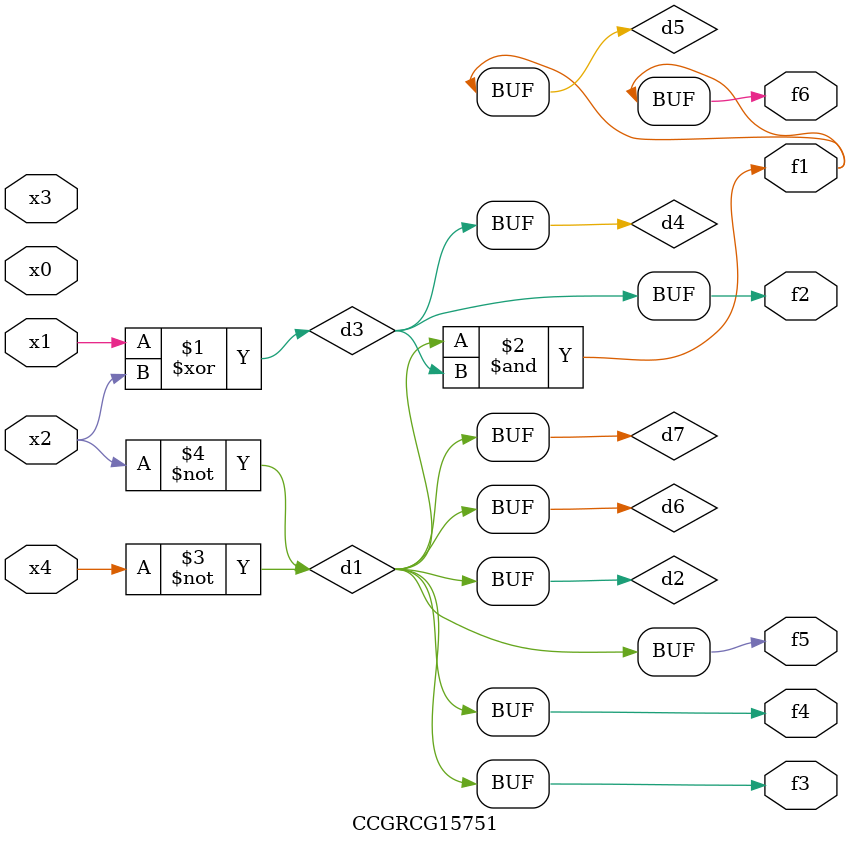
<source format=v>
module CCGRCG15751(
	input x0, x1, x2, x3, x4,
	output f1, f2, f3, f4, f5, f6
);

	wire d1, d2, d3, d4, d5, d6, d7;

	not (d1, x4);
	not (d2, x2);
	xor (d3, x1, x2);
	buf (d4, d3);
	and (d5, d1, d3);
	buf (d6, d1, d2);
	buf (d7, d2);
	assign f1 = d5;
	assign f2 = d4;
	assign f3 = d7;
	assign f4 = d7;
	assign f5 = d7;
	assign f6 = d5;
endmodule

</source>
